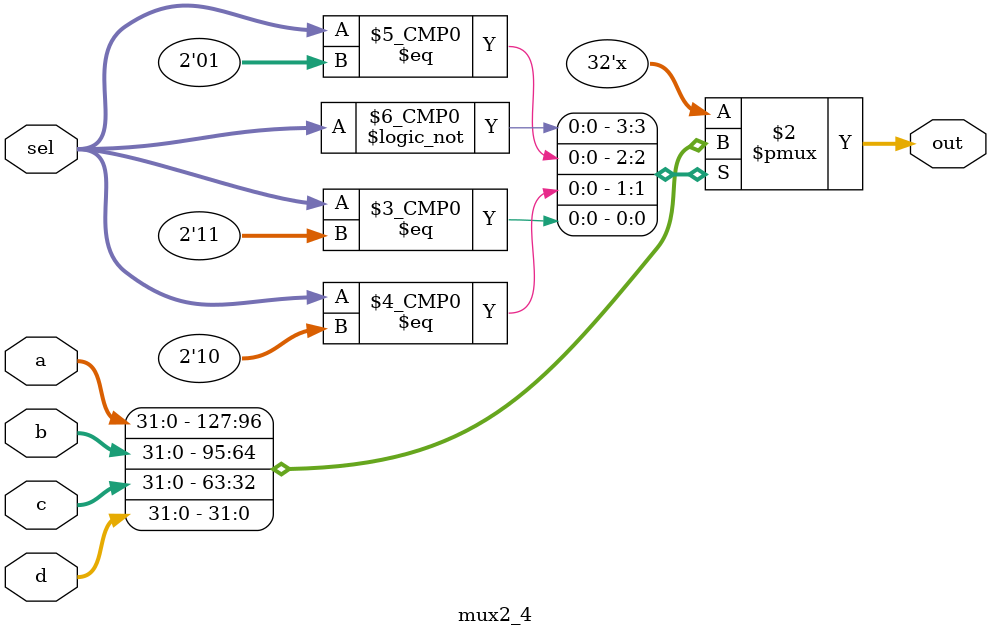
<source format=v>
module mux2_4 (a,b,c,d,sel,out);
    input wire [31:0] a,b,c,d;
    input wire [1:0] sel;

    output reg [31:0] out;

    always @ (*) begin
        case (sel)
            2'b00 : out = a;
            2'b01 : out = b;
            2'b10 : out = c;
            2'b11 : out = d;
        endcase
    end
endmodule
</source>
